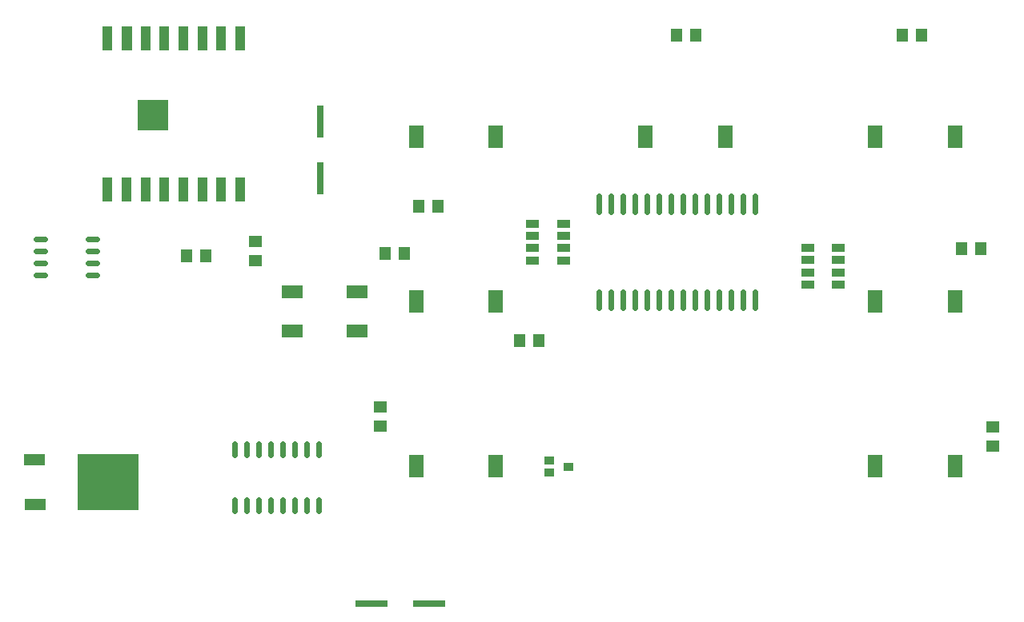
<source format=gtp>
G04 Layer: TopPasteMaskLayer*
G04 EasyEDA v6.2.46, 2019-11-08T21:27:59+07:00*
G04 648d43b609d64f9b9fe3d4d00a8c37d9,e5c1abbfa1e54b71a98531a1dec44753,10*
G04 Gerber Generator version 0.2*
G04 Scale: 100 percent, Rotated: No, Reflected: No *
G04 Dimensions in millimeters *
G04 leading zeros omitted , absolute positions ,3 integer and 3 decimal *
%FSLAX33Y33*%
%MOMM*%
G90*
G71D02*

%ADD12C,0.599999*%
%ADD14R,1.160018X1.450010*%
%ADD15R,1.450010X1.160018*%
%ADD16R,1.054100X0.825500*%
%ADD17R,1.375004X0.899998*%
%ADD18R,0.799998X3.499866*%
%ADD19R,3.499866X0.799998*%
%ADD20R,1.499997X2.399995*%
%ADD21R,2.250008X1.399997*%
%ADD22R,2.199996X1.199998*%
%ADD23R,6.499987X6.000013*%
%ADD24R,1.099998X2.499995*%
%ADD25R,3.199994X3.199994*%

%LPD*%
G54D12*
G01X4197Y49911D02*
G01X3277Y49911D01*
G01X4197Y48641D02*
G01X3277Y48641D01*
G01X4197Y47371D02*
G01X3277Y47371D01*
G01X4197Y46101D02*
G01X3277Y46101D01*
G01X9676Y49911D02*
G01X8756Y49911D01*
G01X9676Y48641D02*
G01X8756Y48641D01*
G01X9676Y47371D02*
G01X8756Y47371D01*
G01X9676Y46101D02*
G01X8756Y46101D01*
G01X79248Y54421D02*
G01X79248Y52721D01*
G01X77978Y54421D02*
G01X77978Y52721D01*
G01X76708Y54421D02*
G01X76708Y52721D01*
G01X75438Y54421D02*
G01X75438Y52721D01*
G01X74168Y54421D02*
G01X74168Y52721D01*
G01X72898Y54421D02*
G01X72898Y52721D01*
G01X71628Y54421D02*
G01X71628Y52721D01*
G01X70358Y54421D02*
G01X70358Y52721D01*
G01X69088Y54421D02*
G01X69088Y52721D01*
G01X67818Y54421D02*
G01X67818Y52721D01*
G01X66548Y54421D02*
G01X66548Y52721D01*
G01X65278Y54421D02*
G01X65278Y52721D01*
G01X64008Y54421D02*
G01X64008Y52721D01*
G01X62738Y54421D02*
G01X62738Y52721D01*
G01X79248Y44306D02*
G01X79248Y42606D01*
G01X77978Y44306D02*
G01X77978Y42606D01*
G01X76708Y44306D02*
G01X76708Y42606D01*
G01X75438Y44306D02*
G01X75438Y42606D01*
G01X74168Y44306D02*
G01X74168Y42606D01*
G01X72898Y44306D02*
G01X72898Y42606D01*
G01X71628Y44306D02*
G01X71628Y42606D01*
G01X70358Y44306D02*
G01X70358Y42606D01*
G01X69088Y44306D02*
G01X69088Y42606D01*
G01X67818Y44306D02*
G01X67818Y42606D01*
G01X66548Y44306D02*
G01X66548Y42606D01*
G01X65278Y44306D02*
G01X65278Y42606D01*
G01X64008Y44306D02*
G01X64008Y42606D01*
G01X62738Y44306D02*
G01X62738Y42606D01*
G01X24257Y22266D02*
G01X24257Y21066D01*
G01X25527Y22266D02*
G01X25527Y21066D01*
G01X26797Y22266D02*
G01X26797Y21066D01*
G01X28067Y22266D02*
G01X28067Y21066D01*
G01X29337Y22266D02*
G01X29337Y21066D01*
G01X30607Y22266D02*
G01X30607Y21066D01*
G01X31877Y22266D02*
G01X31877Y21066D01*
G01X33147Y22266D02*
G01X33147Y21066D01*
G01X24257Y28209D02*
G01X24257Y27009D01*
G01X25527Y28209D02*
G01X25527Y27009D01*
G01X26797Y28209D02*
G01X26797Y27009D01*
G01X28067Y28209D02*
G01X28067Y27009D01*
G01X29337Y28209D02*
G01X29337Y27009D01*
G01X30607Y28209D02*
G01X30607Y27009D01*
G01X31877Y28209D02*
G01X31877Y27009D01*
G01X33147Y28209D02*
G01X33147Y27009D01*
G54D14*
G01X19177Y48133D03*
G01X21209Y48133D03*
G54D15*
G01X26416Y47625D03*
G01X26416Y49657D03*
G54D16*
G01X59563Y25781D03*
G01X57531Y25120D03*
G01X57531Y26441D03*
G54D17*
G01X84836Y48930D03*
G01X84836Y47640D03*
G01X84836Y46355D03*
G01X84836Y45064D03*
G01X88082Y45064D03*
G01X88082Y46355D03*
G01X88082Y47640D03*
G01X88082Y48930D03*
G01X58999Y47625D03*
G01X58999Y48915D03*
G01X58999Y50200D03*
G01X58999Y51490D03*
G01X55753Y51490D03*
G01X55753Y50200D03*
G01X55753Y48915D03*
G01X55753Y47625D03*
G54D14*
G01X56388Y39116D03*
G01X54356Y39116D03*
G54D18*
G01X33279Y56281D03*
G01X33268Y62336D03*
G54D19*
G01X38755Y11297D03*
G01X44810Y11308D03*
G54D14*
G01X42164Y48387D03*
G01X40132Y48387D03*
G01X73025Y71501D03*
G01X70993Y71501D03*
G01X96901Y71501D03*
G01X94869Y71501D03*
G01X45720Y53340D03*
G01X43688Y53340D03*
G01X101092Y48895D03*
G01X103124Y48895D03*
G54D15*
G01X39624Y32131D03*
G01X39624Y30099D03*
G01X104394Y29972D03*
G01X104394Y27940D03*
G54D20*
G01X43425Y60706D03*
G01X51824Y60706D03*
G01X67713Y60706D03*
G01X76113Y60706D03*
G01X92002Y60706D03*
G01X100402Y60706D03*
G01X43425Y43275D03*
G01X51824Y43275D03*
G01X92002Y25844D03*
G01X100402Y25844D03*
G01X43425Y25844D03*
G01X51824Y25844D03*
G01X92002Y43275D03*
G01X100402Y43275D03*
G54D21*
G01X30353Y44332D03*
G01X37153Y44332D03*
G01X30353Y40132D03*
G01X37153Y40132D03*
G54D22*
G01X3114Y21767D03*
G01X3108Y26492D03*
G54D23*
G01X10861Y24130D03*
G54D24*
G01X10815Y55118D03*
G01X12826Y55118D03*
G01X14819Y55120D03*
G01X16828Y55119D03*
G01X18824Y55118D03*
G01X20820Y55119D03*
G01X22824Y55118D03*
G01X24820Y55119D03*
G01X10815Y71120D03*
G36*
G01X12265Y69870D02*
G01X12265Y72369D01*
G01X13365Y72369D01*
G01X13365Y69870D01*
G01X12265Y69870D01*
G37*
G01X14814Y71122D03*
G01X16813Y71121D03*
G01X18815Y71120D03*
G01X20815Y71121D03*
G01X22815Y71120D03*
G01X24813Y71120D03*
G54D25*
G01X15641Y62992D03*
M00*
M02*

</source>
